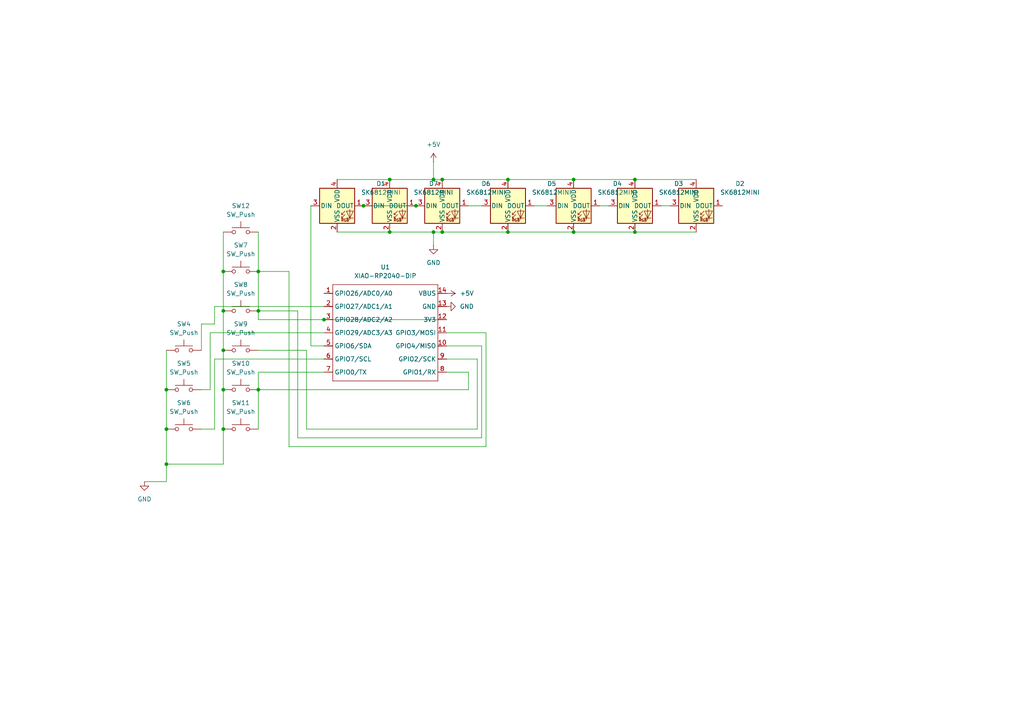
<source format=kicad_sch>
(kicad_sch
	(version 20250114)
	(generator "eeschema")
	(generator_version "9.0")
	(uuid "34e2db50-b642-40b8-91e9-1f523a616b77")
	(paper "A4")
	(lib_symbols
		(symbol "LED:SK6812MINI"
			(pin_names
				(offset 0.254)
			)
			(exclude_from_sim no)
			(in_bom yes)
			(on_board yes)
			(property "Reference" "D"
				(at 5.08 5.715 0)
				(effects
					(font
						(size 1.27 1.27)
					)
					(justify right bottom)
				)
			)
			(property "Value" "SK6812MINI"
				(at 1.27 -5.715 0)
				(effects
					(font
						(size 1.27 1.27)
					)
					(justify left top)
				)
			)
			(property "Footprint" "LED_SMD:LED_SK6812MINI_PLCC4_3.5x3.5mm_P1.75mm"
				(at 1.27 -7.62 0)
				(effects
					(font
						(size 1.27 1.27)
					)
					(justify left top)
					(hide yes)
				)
			)
			(property "Datasheet" "https://cdn-shop.adafruit.com/product-files/2686/SK6812MINI_REV.01-1-2.pdf"
				(at 2.54 -9.525 0)
				(effects
					(font
						(size 1.27 1.27)
					)
					(justify left top)
					(hide yes)
				)
			)
			(property "Description" "RGB LED with integrated controller"
				(at 0 0 0)
				(effects
					(font
						(size 1.27 1.27)
					)
					(hide yes)
				)
			)
			(property "ki_keywords" "RGB LED NeoPixel Mini addressable"
				(at 0 0 0)
				(effects
					(font
						(size 1.27 1.27)
					)
					(hide yes)
				)
			)
			(property "ki_fp_filters" "LED*SK6812MINI*PLCC*3.5x3.5mm*P1.75mm*"
				(at 0 0 0)
				(effects
					(font
						(size 1.27 1.27)
					)
					(hide yes)
				)
			)
			(symbol "SK6812MINI_0_0"
				(text "RGB"
					(at 2.286 -4.191 0)
					(effects
						(font
							(size 0.762 0.762)
						)
					)
				)
			)
			(symbol "SK6812MINI_0_1"
				(polyline
					(pts
						(xy 1.27 -2.54) (xy 1.778 -2.54)
					)
					(stroke
						(width 0)
						(type default)
					)
					(fill
						(type none)
					)
				)
				(polyline
					(pts
						(xy 1.27 -3.556) (xy 1.778 -3.556)
					)
					(stroke
						(width 0)
						(type default)
					)
					(fill
						(type none)
					)
				)
				(polyline
					(pts
						(xy 2.286 -1.524) (xy 1.27 -2.54) (xy 1.27 -2.032)
					)
					(stroke
						(width 0)
						(type default)
					)
					(fill
						(type none)
					)
				)
				(polyline
					(pts
						(xy 2.286 -2.54) (xy 1.27 -3.556) (xy 1.27 -3.048)
					)
					(stroke
						(width 0)
						(type default)
					)
					(fill
						(type none)
					)
				)
				(polyline
					(pts
						(xy 3.683 -1.016) (xy 3.683 -3.556) (xy 3.683 -4.064)
					)
					(stroke
						(width 0)
						(type default)
					)
					(fill
						(type none)
					)
				)
				(polyline
					(pts
						(xy 4.699 -1.524) (xy 2.667 -1.524) (xy 3.683 -3.556) (xy 4.699 -1.524)
					)
					(stroke
						(width 0)
						(type default)
					)
					(fill
						(type none)
					)
				)
				(polyline
					(pts
						(xy 4.699 -3.556) (xy 2.667 -3.556)
					)
					(stroke
						(width 0)
						(type default)
					)
					(fill
						(type none)
					)
				)
				(rectangle
					(start 5.08 5.08)
					(end -5.08 -5.08)
					(stroke
						(width 0.254)
						(type default)
					)
					(fill
						(type background)
					)
				)
			)
			(symbol "SK6812MINI_1_1"
				(pin input line
					(at -7.62 0 0)
					(length 2.54)
					(name "DIN"
						(effects
							(font
								(size 1.27 1.27)
							)
						)
					)
					(number "3"
						(effects
							(font
								(size 1.27 1.27)
							)
						)
					)
				)
				(pin power_in line
					(at 0 7.62 270)
					(length 2.54)
					(name "VDD"
						(effects
							(font
								(size 1.27 1.27)
							)
						)
					)
					(number "4"
						(effects
							(font
								(size 1.27 1.27)
							)
						)
					)
				)
				(pin power_in line
					(at 0 -7.62 90)
					(length 2.54)
					(name "VSS"
						(effects
							(font
								(size 1.27 1.27)
							)
						)
					)
					(number "2"
						(effects
							(font
								(size 1.27 1.27)
							)
						)
					)
				)
				(pin output line
					(at 7.62 0 180)
					(length 2.54)
					(name "DOUT"
						(effects
							(font
								(size 1.27 1.27)
							)
						)
					)
					(number "1"
						(effects
							(font
								(size 1.27 1.27)
							)
						)
					)
				)
			)
			(embedded_fonts no)
		)
		(symbol "Switch:SW_Push"
			(pin_numbers
				(hide yes)
			)
			(pin_names
				(offset 1.016)
				(hide yes)
			)
			(exclude_from_sim no)
			(in_bom yes)
			(on_board yes)
			(property "Reference" "SW"
				(at 1.27 2.54 0)
				(effects
					(font
						(size 1.27 1.27)
					)
					(justify left)
				)
			)
			(property "Value" "SW_Push"
				(at 0 -1.524 0)
				(effects
					(font
						(size 1.27 1.27)
					)
				)
			)
			(property "Footprint" ""
				(at 0 5.08 0)
				(effects
					(font
						(size 1.27 1.27)
					)
					(hide yes)
				)
			)
			(property "Datasheet" "~"
				(at 0 5.08 0)
				(effects
					(font
						(size 1.27 1.27)
					)
					(hide yes)
				)
			)
			(property "Description" "Push button switch, generic, two pins"
				(at 0 0 0)
				(effects
					(font
						(size 1.27 1.27)
					)
					(hide yes)
				)
			)
			(property "ki_keywords" "switch normally-open pushbutton push-button"
				(at 0 0 0)
				(effects
					(font
						(size 1.27 1.27)
					)
					(hide yes)
				)
			)
			(symbol "SW_Push_0_1"
				(circle
					(center -2.032 0)
					(radius 0.508)
					(stroke
						(width 0)
						(type default)
					)
					(fill
						(type none)
					)
				)
				(polyline
					(pts
						(xy 0 1.27) (xy 0 3.048)
					)
					(stroke
						(width 0)
						(type default)
					)
					(fill
						(type none)
					)
				)
				(circle
					(center 2.032 0)
					(radius 0.508)
					(stroke
						(width 0)
						(type default)
					)
					(fill
						(type none)
					)
				)
				(polyline
					(pts
						(xy 2.54 1.27) (xy -2.54 1.27)
					)
					(stroke
						(width 0)
						(type default)
					)
					(fill
						(type none)
					)
				)
				(pin passive line
					(at -5.08 0 0)
					(length 2.54)
					(name "1"
						(effects
							(font
								(size 1.27 1.27)
							)
						)
					)
					(number "1"
						(effects
							(font
								(size 1.27 1.27)
							)
						)
					)
				)
				(pin passive line
					(at 5.08 0 180)
					(length 2.54)
					(name "2"
						(effects
							(font
								(size 1.27 1.27)
							)
						)
					)
					(number "2"
						(effects
							(font
								(size 1.27 1.27)
							)
						)
					)
				)
			)
			(embedded_fonts no)
		)
		(symbol "opl libray:XIAO-RP2040-DIP"
			(exclude_from_sim no)
			(in_bom yes)
			(on_board yes)
			(property "Reference" "U"
				(at 0 0 0)
				(effects
					(font
						(size 1.27 1.27)
					)
				)
			)
			(property "Value" "XIAO-RP2040-DIP"
				(at 5.334 -1.778 0)
				(effects
					(font
						(size 1.27 1.27)
					)
				)
			)
			(property "Footprint" "Module:MOUDLE14P-XIAO-DIP-SMD"
				(at 14.478 -32.258 0)
				(effects
					(font
						(size 1.27 1.27)
					)
					(hide yes)
				)
			)
			(property "Datasheet" ""
				(at 0 0 0)
				(effects
					(font
						(size 1.27 1.27)
					)
					(hide yes)
				)
			)
			(property "Description" ""
				(at 0 0 0)
				(effects
					(font
						(size 1.27 1.27)
					)
					(hide yes)
				)
			)
			(symbol "XIAO-RP2040-DIP_1_0"
				(polyline
					(pts
						(xy -1.27 -2.54) (xy 29.21 -2.54)
					)
					(stroke
						(width 0.1524)
						(type solid)
					)
					(fill
						(type none)
					)
				)
				(polyline
					(pts
						(xy -1.27 -5.08) (xy -2.54 -5.08)
					)
					(stroke
						(width 0.1524)
						(type solid)
					)
					(fill
						(type none)
					)
				)
				(polyline
					(pts
						(xy -1.27 -5.08) (xy -1.27 -2.54)
					)
					(stroke
						(width 0.1524)
						(type solid)
					)
					(fill
						(type none)
					)
				)
				(polyline
					(pts
						(xy -1.27 -8.89) (xy -2.54 -8.89)
					)
					(stroke
						(width 0.1524)
						(type solid)
					)
					(fill
						(type none)
					)
				)
				(polyline
					(pts
						(xy -1.27 -8.89) (xy -1.27 -5.08)
					)
					(stroke
						(width 0.1524)
						(type solid)
					)
					(fill
						(type none)
					)
				)
				(polyline
					(pts
						(xy -1.27 -12.7) (xy -2.54 -12.7)
					)
					(stroke
						(width 0.1524)
						(type solid)
					)
					(fill
						(type none)
					)
				)
				(polyline
					(pts
						(xy -1.27 -12.7) (xy -1.27 -8.89)
					)
					(stroke
						(width 0.1524)
						(type solid)
					)
					(fill
						(type none)
					)
				)
				(polyline
					(pts
						(xy -1.27 -16.51) (xy -2.54 -16.51)
					)
					(stroke
						(width 0.1524)
						(type solid)
					)
					(fill
						(type none)
					)
				)
				(polyline
					(pts
						(xy -1.27 -16.51) (xy -1.27 -12.7)
					)
					(stroke
						(width 0.1524)
						(type solid)
					)
					(fill
						(type none)
					)
				)
				(polyline
					(pts
						(xy -1.27 -20.32) (xy -2.54 -20.32)
					)
					(stroke
						(width 0.1524)
						(type solid)
					)
					(fill
						(type none)
					)
				)
				(polyline
					(pts
						(xy -1.27 -24.13) (xy -2.54 -24.13)
					)
					(stroke
						(width 0.1524)
						(type solid)
					)
					(fill
						(type none)
					)
				)
				(polyline
					(pts
						(xy -1.27 -27.94) (xy -2.54 -27.94)
					)
					(stroke
						(width 0.1524)
						(type solid)
					)
					(fill
						(type none)
					)
				)
				(polyline
					(pts
						(xy -1.27 -30.48) (xy -1.27 -16.51)
					)
					(stroke
						(width 0.1524)
						(type solid)
					)
					(fill
						(type none)
					)
				)
				(polyline
					(pts
						(xy 29.21 -2.54) (xy 29.21 -5.08)
					)
					(stroke
						(width 0.1524)
						(type solid)
					)
					(fill
						(type none)
					)
				)
				(polyline
					(pts
						(xy 29.21 -5.08) (xy 29.21 -8.89)
					)
					(stroke
						(width 0.1524)
						(type solid)
					)
					(fill
						(type none)
					)
				)
				(polyline
					(pts
						(xy 29.21 -8.89) (xy 29.21 -12.7)
					)
					(stroke
						(width 0.1524)
						(type solid)
					)
					(fill
						(type none)
					)
				)
				(polyline
					(pts
						(xy 29.21 -12.7) (xy 29.21 -30.48)
					)
					(stroke
						(width 0.1524)
						(type solid)
					)
					(fill
						(type none)
					)
				)
				(polyline
					(pts
						(xy 29.21 -30.48) (xy -1.27 -30.48)
					)
					(stroke
						(width 0.1524)
						(type solid)
					)
					(fill
						(type none)
					)
				)
				(polyline
					(pts
						(xy 30.48 -5.08) (xy 29.21 -5.08)
					)
					(stroke
						(width 0.1524)
						(type solid)
					)
					(fill
						(type none)
					)
				)
				(polyline
					(pts
						(xy 30.48 -8.89) (xy 29.21 -8.89)
					)
					(stroke
						(width 0.1524)
						(type solid)
					)
					(fill
						(type none)
					)
				)
				(polyline
					(pts
						(xy 30.48 -12.7) (xy 29.21 -12.7)
					)
					(stroke
						(width 0.1524)
						(type solid)
					)
					(fill
						(type none)
					)
				)
				(polyline
					(pts
						(xy 30.48 -16.51) (xy 29.21 -16.51)
					)
					(stroke
						(width 0.1524)
						(type solid)
					)
					(fill
						(type none)
					)
				)
				(polyline
					(pts
						(xy 30.48 -20.32) (xy 29.21 -20.32)
					)
					(stroke
						(width 0.1524)
						(type solid)
					)
					(fill
						(type none)
					)
				)
				(polyline
					(pts
						(xy 30.48 -24.13) (xy 29.21 -24.13)
					)
					(stroke
						(width 0.1524)
						(type solid)
					)
					(fill
						(type none)
					)
				)
				(polyline
					(pts
						(xy 30.48 -27.94) (xy 29.21 -27.94)
					)
					(stroke
						(width 0.1524)
						(type solid)
					)
					(fill
						(type none)
					)
				)
				(pin passive line
					(at -3.81 -5.08 0)
					(length 2.54)
					(name "GPIO26/ADC0/A0"
						(effects
							(font
								(size 1.27 1.27)
							)
						)
					)
					(number "1"
						(effects
							(font
								(size 1.27 1.27)
							)
						)
					)
				)
				(pin passive line
					(at -3.81 -8.89 0)
					(length 2.54)
					(name "GPIO27/ADC1/A1"
						(effects
							(font
								(size 1.27 1.27)
							)
						)
					)
					(number "2"
						(effects
							(font
								(size 1.27 1.27)
							)
						)
					)
				)
				(pin passive line
					(at -3.81 -12.7 0)
					(length 2.54)
					(name "GPIO28/ADC2/A2"
						(effects
							(font
								(size 1.27 1.27)
							)
						)
					)
					(number "3"
						(effects
							(font
								(size 1.27 1.27)
							)
						)
					)
				)
				(pin passive line
					(at -3.81 -16.51 0)
					(length 2.54)
					(name "GPIO29/ADC3/A3"
						(effects
							(font
								(size 1.27 1.27)
							)
						)
					)
					(number "4"
						(effects
							(font
								(size 1.27 1.27)
							)
						)
					)
				)
				(pin passive line
					(at -3.81 -20.32 0)
					(length 2.54)
					(name "GPIO6/SDA"
						(effects
							(font
								(size 1.27 1.27)
							)
						)
					)
					(number "5"
						(effects
							(font
								(size 1.27 1.27)
							)
						)
					)
				)
				(pin passive line
					(at -3.81 -24.13 0)
					(length 2.54)
					(name "GPIO7/SCL"
						(effects
							(font
								(size 1.27 1.27)
							)
						)
					)
					(number "6"
						(effects
							(font
								(size 1.27 1.27)
							)
						)
					)
				)
				(pin passive line
					(at -3.81 -27.94 0)
					(length 2.54)
					(name "GPIO0/TX"
						(effects
							(font
								(size 1.27 1.27)
							)
						)
					)
					(number "7"
						(effects
							(font
								(size 1.27 1.27)
							)
						)
					)
				)
				(pin passive line
					(at 31.75 -5.08 180)
					(length 2.54)
					(name "VBUS"
						(effects
							(font
								(size 1.27 1.27)
							)
						)
					)
					(number "14"
						(effects
							(font
								(size 1.27 1.27)
							)
						)
					)
				)
				(pin passive line
					(at 31.75 -8.89 180)
					(length 2.54)
					(name "GND"
						(effects
							(font
								(size 1.27 1.27)
							)
						)
					)
					(number "13"
						(effects
							(font
								(size 1.27 1.27)
							)
						)
					)
				)
				(pin passive line
					(at 31.75 -12.7 180)
					(length 2.54)
					(name "3V3"
						(effects
							(font
								(size 1.27 1.27)
							)
						)
					)
					(number "12"
						(effects
							(font
								(size 1.27 1.27)
							)
						)
					)
				)
				(pin passive line
					(at 31.75 -16.51 180)
					(length 2.54)
					(name "GPIO3/MOSI"
						(effects
							(font
								(size 1.27 1.27)
							)
						)
					)
					(number "11"
						(effects
							(font
								(size 1.27 1.27)
							)
						)
					)
				)
				(pin passive line
					(at 31.75 -20.32 180)
					(length 2.54)
					(name "GPIO4/MISO"
						(effects
							(font
								(size 1.27 1.27)
							)
						)
					)
					(number "10"
						(effects
							(font
								(size 1.27 1.27)
							)
						)
					)
				)
				(pin passive line
					(at 31.75 -24.13 180)
					(length 2.54)
					(name "GPIO2/SCK"
						(effects
							(font
								(size 1.27 1.27)
							)
						)
					)
					(number "9"
						(effects
							(font
								(size 1.27 1.27)
							)
						)
					)
				)
				(pin passive line
					(at 31.75 -27.94 180)
					(length 2.54)
					(name "GPIO1/RX"
						(effects
							(font
								(size 1.27 1.27)
							)
						)
					)
					(number "8"
						(effects
							(font
								(size 1.27 1.27)
							)
						)
					)
				)
			)
			(embedded_fonts no)
		)
		(symbol "power:+5V"
			(power)
			(pin_numbers
				(hide yes)
			)
			(pin_names
				(offset 0)
				(hide yes)
			)
			(exclude_from_sim no)
			(in_bom yes)
			(on_board yes)
			(property "Reference" "#PWR"
				(at 0 -3.81 0)
				(effects
					(font
						(size 1.27 1.27)
					)
					(hide yes)
				)
			)
			(property "Value" "+5V"
				(at 0 3.556 0)
				(effects
					(font
						(size 1.27 1.27)
					)
				)
			)
			(property "Footprint" ""
				(at 0 0 0)
				(effects
					(font
						(size 1.27 1.27)
					)
					(hide yes)
				)
			)
			(property "Datasheet" ""
				(at 0 0 0)
				(effects
					(font
						(size 1.27 1.27)
					)
					(hide yes)
				)
			)
			(property "Description" "Power symbol creates a global label with name \"+5V\""
				(at 0 0 0)
				(effects
					(font
						(size 1.27 1.27)
					)
					(hide yes)
				)
			)
			(property "ki_keywords" "global power"
				(at 0 0 0)
				(effects
					(font
						(size 1.27 1.27)
					)
					(hide yes)
				)
			)
			(symbol "+5V_0_1"
				(polyline
					(pts
						(xy -0.762 1.27) (xy 0 2.54)
					)
					(stroke
						(width 0)
						(type default)
					)
					(fill
						(type none)
					)
				)
				(polyline
					(pts
						(xy 0 2.54) (xy 0.762 1.27)
					)
					(stroke
						(width 0)
						(type default)
					)
					(fill
						(type none)
					)
				)
				(polyline
					(pts
						(xy 0 0) (xy 0 2.54)
					)
					(stroke
						(width 0)
						(type default)
					)
					(fill
						(type none)
					)
				)
			)
			(symbol "+5V_1_1"
				(pin power_in line
					(at 0 0 90)
					(length 0)
					(name "~"
						(effects
							(font
								(size 1.27 1.27)
							)
						)
					)
					(number "1"
						(effects
							(font
								(size 1.27 1.27)
							)
						)
					)
				)
			)
			(embedded_fonts no)
		)
		(symbol "power:GND"
			(power)
			(pin_numbers
				(hide yes)
			)
			(pin_names
				(offset 0)
				(hide yes)
			)
			(exclude_from_sim no)
			(in_bom yes)
			(on_board yes)
			(property "Reference" "#PWR"
				(at 0 -6.35 0)
				(effects
					(font
						(size 1.27 1.27)
					)
					(hide yes)
				)
			)
			(property "Value" "GND"
				(at 0 -3.81 0)
				(effects
					(font
						(size 1.27 1.27)
					)
				)
			)
			(property "Footprint" ""
				(at 0 0 0)
				(effects
					(font
						(size 1.27 1.27)
					)
					(hide yes)
				)
			)
			(property "Datasheet" ""
				(at 0 0 0)
				(effects
					(font
						(size 1.27 1.27)
					)
					(hide yes)
				)
			)
			(property "Description" "Power symbol creates a global label with name \"GND\" , ground"
				(at 0 0 0)
				(effects
					(font
						(size 1.27 1.27)
					)
					(hide yes)
				)
			)
			(property "ki_keywords" "global power"
				(at 0 0 0)
				(effects
					(font
						(size 1.27 1.27)
					)
					(hide yes)
				)
			)
			(symbol "GND_0_1"
				(polyline
					(pts
						(xy 0 0) (xy 0 -1.27) (xy 1.27 -1.27) (xy 0 -2.54) (xy -1.27 -1.27) (xy 0 -1.27)
					)
					(stroke
						(width 0)
						(type default)
					)
					(fill
						(type none)
					)
				)
			)
			(symbol "GND_1_1"
				(pin power_in line
					(at 0 0 270)
					(length 0)
					(name "~"
						(effects
							(font
								(size 1.27 1.27)
							)
						)
					)
					(number "1"
						(effects
							(font
								(size 1.27 1.27)
							)
						)
					)
				)
			)
			(embedded_fonts no)
		)
	)
	(junction
		(at 166.37 52.07)
		(diameter 0)
		(color 0 0 0 0)
		(uuid "01e8d5b7-d11c-44bb-a986-a88de248e193")
	)
	(junction
		(at 166.37 67.31)
		(diameter 0)
		(color 0 0 0 0)
		(uuid "02907870-bcae-4dbc-af8d-ecd48d6c9f86")
	)
	(junction
		(at 64.77 90.17)
		(diameter 0)
		(color 0 0 0 0)
		(uuid "2220601d-d50a-4499-9825-42534828069b")
	)
	(junction
		(at 113.03 52.07)
		(diameter 0)
		(color 0 0 0 0)
		(uuid "2ee641a3-1b02-45f8-9ec4-220d38fb85e3")
	)
	(junction
		(at 74.93 78.74)
		(diameter 0)
		(color 0 0 0 0)
		(uuid "2f4eb98b-34e3-4656-b0d8-e9a775876b37")
	)
	(junction
		(at 64.77 113.03)
		(diameter 0)
		(color 0 0 0 0)
		(uuid "3243b34e-d988-4c60-ad0b-86bd6e055932")
	)
	(junction
		(at 128.27 67.31)
		(diameter 0)
		(color 0 0 0 0)
		(uuid "36c3b84c-28e5-46e6-8fad-544582a2c9ed")
	)
	(junction
		(at 48.26 134.62)
		(diameter 0)
		(color 0 0 0 0)
		(uuid "38b52447-7d45-4ae8-b49a-9f0871da1c2d")
	)
	(junction
		(at 64.77 124.46)
		(diameter 0)
		(color 0 0 0 0)
		(uuid "43767d81-f4ec-41a0-b44c-d61d79d0b0cf")
	)
	(junction
		(at 125.73 52.07)
		(diameter 0)
		(color 0 0 0 0)
		(uuid "4fe187fa-4cb5-4d2e-a8aa-f4e7c67d901a")
	)
	(junction
		(at 64.77 78.74)
		(diameter 0)
		(color 0 0 0 0)
		(uuid "5cd0e0f4-bd61-4336-9eb5-3e10e891e2a1")
	)
	(junction
		(at 184.15 52.07)
		(diameter 0)
		(color 0 0 0 0)
		(uuid "5cf51947-7ff2-464d-872d-3d7f83bc822e")
	)
	(junction
		(at 48.26 113.03)
		(diameter 0)
		(color 0 0 0 0)
		(uuid "5d650c24-39fd-4164-a288-532d815d0b52")
	)
	(junction
		(at 105.41 59.69)
		(diameter 0)
		(color 0 0 0 0)
		(uuid "6b585302-e33f-45c7-a5bf-87ab998b6a91")
	)
	(junction
		(at 120.65 59.69)
		(diameter 0)
		(color 0 0 0 0)
		(uuid "8e39dca4-3492-4314-b13f-ea576687e379")
	)
	(junction
		(at 74.93 90.17)
		(diameter 0)
		(color 0 0 0 0)
		(uuid "937683b3-cf88-49ac-927c-cc4fd3bafaab")
	)
	(junction
		(at 147.32 52.07)
		(diameter 0)
		(color 0 0 0 0)
		(uuid "946731c0-ebdc-48b1-b252-163af6fc1867")
	)
	(junction
		(at 48.26 124.46)
		(diameter 0)
		(color 0 0 0 0)
		(uuid "9f8fe44b-7127-4593-9b60-7b9272fe6b45")
	)
	(junction
		(at 147.32 67.31)
		(diameter 0)
		(color 0 0 0 0)
		(uuid "b6b00e48-16e2-4cd5-ad4d-c373c5ae8cfa")
	)
	(junction
		(at 74.93 113.03)
		(diameter 0)
		(color 0 0 0 0)
		(uuid "bd844121-9da5-4f7a-8bb1-64b5d3986266")
	)
	(junction
		(at 64.77 101.6)
		(diameter 0)
		(color 0 0 0 0)
		(uuid "c237693d-a387-4553-a4e9-6c32d1386abc")
	)
	(junction
		(at 125.73 67.31)
		(diameter 0)
		(color 0 0 0 0)
		(uuid "c7a038fa-4622-48a9-ad3d-f204008d1cc0")
	)
	(junction
		(at 184.15 67.31)
		(diameter 0)
		(color 0 0 0 0)
		(uuid "d07bc87b-931a-4dc2-be38-f16d75dd0d61")
	)
	(junction
		(at 113.03 67.31)
		(diameter 0)
		(color 0 0 0 0)
		(uuid "d860fff7-9e98-4ffc-81c8-1e39ae80549c")
	)
	(junction
		(at 93.98 92.71)
		(diameter 0)
		(color 0 0 0 0)
		(uuid "e0a96197-674f-4c02-acf6-9d3d27abacca")
	)
	(junction
		(at 128.27 52.07)
		(diameter 0)
		(color 0 0 0 0)
		(uuid "f7a7c170-7637-4e00-a957-9ce60ab567dd")
	)
	(wire
		(pts
			(xy 48.26 134.62) (xy 64.77 134.62)
		)
		(stroke
			(width 0)
			(type default)
		)
		(uuid "04116366-d4c0-4b7f-a4cd-d9d81f9bf89b")
	)
	(wire
		(pts
			(xy 90.17 100.33) (xy 90.17 59.69)
		)
		(stroke
			(width 0)
			(type default)
		)
		(uuid "0fb35cef-fe81-4389-8d43-b60801142268")
	)
	(wire
		(pts
			(xy 135.89 113.03) (xy 74.93 113.03)
		)
		(stroke
			(width 0)
			(type default)
		)
		(uuid "10e5bf8a-56aa-4f23-9661-b539e4c671cf")
	)
	(wire
		(pts
			(xy 48.26 124.46) (xy 48.26 134.62)
		)
		(stroke
			(width 0)
			(type default)
		)
		(uuid "16b216d4-030e-4610-83cc-462485e2c622")
	)
	(wire
		(pts
			(xy 62.23 93.98) (xy 62.23 88.9)
		)
		(stroke
			(width 0)
			(type default)
		)
		(uuid "17f03a09-b387-450d-97e2-97ae1a2f0822")
	)
	(wire
		(pts
			(xy 184.15 67.31) (xy 166.37 67.31)
		)
		(stroke
			(width 0)
			(type default)
		)
		(uuid "1a27c651-231d-40f9-af91-b4d8138443de")
	)
	(wire
		(pts
			(xy 138.43 124.46) (xy 88.9 124.46)
		)
		(stroke
			(width 0)
			(type default)
		)
		(uuid "1b7d8054-7df8-4168-a59a-b7446a0f8fac")
	)
	(wire
		(pts
			(xy 147.32 52.07) (xy 128.27 52.07)
		)
		(stroke
			(width 0)
			(type default)
		)
		(uuid "1d9af55c-1ecb-43c6-999b-91c11d953833")
	)
	(wire
		(pts
			(xy 58.42 101.6) (xy 58.42 93.98)
		)
		(stroke
			(width 0)
			(type default)
		)
		(uuid "1e5f580c-7098-4f42-996d-31b8537b7393")
	)
	(wire
		(pts
			(xy 125.73 67.31) (xy 125.73 71.12)
		)
		(stroke
			(width 0)
			(type default)
		)
		(uuid "2036e449-52da-48b2-8380-f5f675b1e44d")
	)
	(wire
		(pts
			(xy 48.26 101.6) (xy 48.26 113.03)
		)
		(stroke
			(width 0)
			(type default)
		)
		(uuid "26d7f70c-f165-4b3b-a809-0b3e94b46173")
	)
	(wire
		(pts
			(xy 86.36 127) (xy 86.36 90.17)
		)
		(stroke
			(width 0)
			(type default)
		)
		(uuid "27b163d0-9d17-4665-8b0b-cee777758c97")
	)
	(wire
		(pts
			(xy 129.54 104.14) (xy 138.43 104.14)
		)
		(stroke
			(width 0)
			(type default)
		)
		(uuid "2bc5ab90-cd02-4fc3-a985-0f8cafffccd2")
	)
	(wire
		(pts
			(xy 58.42 93.98) (xy 62.23 93.98)
		)
		(stroke
			(width 0)
			(type default)
		)
		(uuid "3161e9bb-31b1-4daf-89ad-14960a525859")
	)
	(wire
		(pts
			(xy 64.77 78.74) (xy 64.77 90.17)
		)
		(stroke
			(width 0)
			(type default)
		)
		(uuid "33d0556e-14a6-4a48-aa99-4a0ccb0d75cc")
	)
	(wire
		(pts
			(xy 128.27 67.31) (xy 125.73 67.31)
		)
		(stroke
			(width 0)
			(type default)
		)
		(uuid "37ba3eeb-923d-4bce-818f-45da8a2b8021")
	)
	(wire
		(pts
			(xy 140.97 96.52) (xy 140.97 129.54)
		)
		(stroke
			(width 0)
			(type default)
		)
		(uuid "3800afdf-5ca2-4217-8282-f4b5744ae1b2")
	)
	(wire
		(pts
			(xy 128.27 52.07) (xy 125.73 52.07)
		)
		(stroke
			(width 0)
			(type default)
		)
		(uuid "390b4f41-ce5c-4715-a7ce-2a27e7f18240")
	)
	(wire
		(pts
			(xy 60.96 96.52) (xy 93.98 96.52)
		)
		(stroke
			(width 0)
			(type default)
		)
		(uuid "3a07195c-64b3-48ba-9922-ef2f26296111")
	)
	(wire
		(pts
			(xy 83.82 129.54) (xy 83.82 78.74)
		)
		(stroke
			(width 0)
			(type default)
		)
		(uuid "3a34a530-9e65-422d-b78c-b91d6ae96ff6")
	)
	(wire
		(pts
			(xy 88.9 101.6) (xy 74.93 101.6)
		)
		(stroke
			(width 0)
			(type default)
		)
		(uuid "3ce55c65-db79-40e2-848d-acdc3f8c1296")
	)
	(wire
		(pts
			(xy 93.98 107.95) (xy 74.93 107.95)
		)
		(stroke
			(width 0)
			(type default)
		)
		(uuid "4bc64f7f-7a96-4078-8f6f-e758cd6155cb")
	)
	(wire
		(pts
			(xy 129.54 107.95) (xy 135.89 107.95)
		)
		(stroke
			(width 0)
			(type default)
		)
		(uuid "50c6bf99-5f5e-4327-b560-370d1c9565bd")
	)
	(wire
		(pts
			(xy 105.41 59.69) (xy 120.65 59.69)
		)
		(stroke
			(width 0)
			(type default)
		)
		(uuid "5ab02fd7-e701-4af8-b662-7504246d7c5f")
	)
	(wire
		(pts
			(xy 125.73 46.99) (xy 125.73 52.07)
		)
		(stroke
			(width 0)
			(type default)
		)
		(uuid "5bf6c520-1298-45ec-920d-725c99b5d0d5")
	)
	(wire
		(pts
			(xy 64.77 101.6) (xy 64.77 113.03)
		)
		(stroke
			(width 0)
			(type default)
		)
		(uuid "6308725f-95e3-41af-b2ff-e3a3d5a874fb")
	)
	(wire
		(pts
			(xy 74.93 113.03) (xy 74.93 124.46)
		)
		(stroke
			(width 0)
			(type default)
		)
		(uuid "64bfc0f3-92cd-45cd-9b27-f7f66cd5d394")
	)
	(wire
		(pts
			(xy 166.37 52.07) (xy 147.32 52.07)
		)
		(stroke
			(width 0)
			(type default)
		)
		(uuid "69e57299-f52a-4325-ad70-d33add6ad4d8")
	)
	(wire
		(pts
			(xy 64.77 67.31) (xy 64.77 78.74)
		)
		(stroke
			(width 0)
			(type default)
		)
		(uuid "6c8fb1c9-89d0-4086-b67c-edd0eb00252d")
	)
	(wire
		(pts
			(xy 154.94 59.69) (xy 158.75 59.69)
		)
		(stroke
			(width 0)
			(type default)
		)
		(uuid "6d4f0702-0591-42be-9a33-4e584a90d7ad")
	)
	(wire
		(pts
			(xy 201.93 67.31) (xy 184.15 67.31)
		)
		(stroke
			(width 0)
			(type default)
		)
		(uuid "7327ed2d-697a-45d6-8107-5bdee76e7544")
	)
	(wire
		(pts
			(xy 184.15 52.07) (xy 166.37 52.07)
		)
		(stroke
			(width 0)
			(type default)
		)
		(uuid "762b7284-26bb-43a9-bb83-067d8d420872")
	)
	(wire
		(pts
			(xy 83.82 78.74) (xy 74.93 78.74)
		)
		(stroke
			(width 0)
			(type default)
		)
		(uuid "775091a9-aa7c-4a72-987a-d43322caf008")
	)
	(wire
		(pts
			(xy 64.77 90.17) (xy 64.77 101.6)
		)
		(stroke
			(width 0)
			(type default)
		)
		(uuid "7ac237c5-e41e-4646-aa92-aa906bfb1908")
	)
	(wire
		(pts
			(xy 191.77 59.69) (xy 194.31 59.69)
		)
		(stroke
			(width 0)
			(type default)
		)
		(uuid "7ae2484e-9e8d-47c2-8564-aef19cb8002b")
	)
	(wire
		(pts
			(xy 113.03 52.07) (xy 125.73 52.07)
		)
		(stroke
			(width 0)
			(type default)
		)
		(uuid "80c7142e-9e12-4551-847c-efd6cac687c7")
	)
	(wire
		(pts
			(xy 74.93 92.71) (xy 74.93 90.17)
		)
		(stroke
			(width 0)
			(type default)
		)
		(uuid "8625e2b2-8dd3-423f-a2a7-569fd707f4f9")
	)
	(wire
		(pts
			(xy 62.23 104.14) (xy 62.23 124.46)
		)
		(stroke
			(width 0)
			(type default)
		)
		(uuid "871be2ce-4627-4edd-9054-67af82599906")
	)
	(wire
		(pts
			(xy 135.89 107.95) (xy 135.89 113.03)
		)
		(stroke
			(width 0)
			(type default)
		)
		(uuid "8a9a4187-42a8-4f50-b238-2bbe86f995b7")
	)
	(wire
		(pts
			(xy 147.32 67.31) (xy 128.27 67.31)
		)
		(stroke
			(width 0)
			(type default)
		)
		(uuid "92f1f6be-7696-4f48-96f0-3c01830cdceb")
	)
	(wire
		(pts
			(xy 135.89 59.69) (xy 139.7 59.69)
		)
		(stroke
			(width 0)
			(type default)
		)
		(uuid "95e905c1-f1a7-4304-a817-a37dcdafb7c4")
	)
	(wire
		(pts
			(xy 86.36 90.17) (xy 74.93 90.17)
		)
		(stroke
			(width 0)
			(type default)
		)
		(uuid "98e8c8c6-c0de-4cbf-8d24-be67bce3a679")
	)
	(wire
		(pts
			(xy 93.98 100.33) (xy 90.17 100.33)
		)
		(stroke
			(width 0)
			(type default)
		)
		(uuid "a1c66258-688f-4f5b-aeaf-ad30b0779888")
	)
	(wire
		(pts
			(xy 97.79 52.07) (xy 113.03 52.07)
		)
		(stroke
			(width 0)
			(type default)
		)
		(uuid "a2c9b218-2c38-4cac-bd58-9308c790aeca")
	)
	(wire
		(pts
			(xy 113.03 67.31) (xy 125.73 67.31)
		)
		(stroke
			(width 0)
			(type default)
		)
		(uuid "a4ba7652-fe2a-497e-9fc0-5ccbfaad08d3")
	)
	(wire
		(pts
			(xy 139.7 127) (xy 86.36 127)
		)
		(stroke
			(width 0)
			(type default)
		)
		(uuid "a7183b33-cc73-4b54-8fe9-4af57e068fe5")
	)
	(wire
		(pts
			(xy 60.96 113.03) (xy 60.96 96.52)
		)
		(stroke
			(width 0)
			(type default)
		)
		(uuid "a8897e75-0a06-4d4d-90ce-6cb9799946b5")
	)
	(wire
		(pts
			(xy 48.26 134.62) (xy 48.26 139.7)
		)
		(stroke
			(width 0)
			(type default)
		)
		(uuid "b1b4a1f9-ab5f-4ec2-92cf-75ccc498e59e")
	)
	(wire
		(pts
			(xy 129.54 92.71) (xy 93.98 92.71)
		)
		(stroke
			(width 0)
			(type default)
		)
		(uuid "b3b2fc95-7131-46f3-a686-5ca33a29bfc1")
	)
	(wire
		(pts
			(xy 64.77 113.03) (xy 64.77 124.46)
		)
		(stroke
			(width 0)
			(type default)
		)
		(uuid "bdd8e70e-6bba-4b88-b6a8-74160383b51a")
	)
	(wire
		(pts
			(xy 74.93 107.95) (xy 74.93 113.03)
		)
		(stroke
			(width 0)
			(type default)
		)
		(uuid "bdf28dfd-f805-400c-9859-2c6544c8fffa")
	)
	(wire
		(pts
			(xy 93.98 104.14) (xy 62.23 104.14)
		)
		(stroke
			(width 0)
			(type default)
		)
		(uuid "bee76a72-fbad-49cd-890d-e8938f899ec9")
	)
	(wire
		(pts
			(xy 138.43 104.14) (xy 138.43 124.46)
		)
		(stroke
			(width 0)
			(type default)
		)
		(uuid "c1d98053-00c3-4ca3-85a9-9e0be64836b9")
	)
	(wire
		(pts
			(xy 93.98 92.71) (xy 74.93 92.71)
		)
		(stroke
			(width 0)
			(type default)
		)
		(uuid "c1dcd9b8-cb5d-44d1-8208-e8a46e9112dd")
	)
	(wire
		(pts
			(xy 48.26 113.03) (xy 48.26 124.46)
		)
		(stroke
			(width 0)
			(type default)
		)
		(uuid "cb8178b8-1871-4da2-92f1-380cc2c67369")
	)
	(wire
		(pts
			(xy 97.79 67.31) (xy 113.03 67.31)
		)
		(stroke
			(width 0)
			(type default)
		)
		(uuid "cbb2c692-e610-4609-9a78-8bcabd929303")
	)
	(wire
		(pts
			(xy 173.99 59.69) (xy 176.53 59.69)
		)
		(stroke
			(width 0)
			(type default)
		)
		(uuid "cdf09379-b60e-4981-80dd-5b2ee5ee7542")
	)
	(wire
		(pts
			(xy 74.93 90.17) (xy 74.93 78.74)
		)
		(stroke
			(width 0)
			(type default)
		)
		(uuid "ce2f7ea3-c0db-4141-b978-fb37dcb6f198")
	)
	(wire
		(pts
			(xy 88.9 124.46) (xy 88.9 101.6)
		)
		(stroke
			(width 0)
			(type default)
		)
		(uuid "d561dfe1-82f3-4430-b1ff-e685facb3f24")
	)
	(wire
		(pts
			(xy 62.23 88.9) (xy 93.98 88.9)
		)
		(stroke
			(width 0)
			(type default)
		)
		(uuid "d57c7929-1016-45ad-ac5f-68dfb8ff7fcc")
	)
	(wire
		(pts
			(xy 140.97 129.54) (xy 83.82 129.54)
		)
		(stroke
			(width 0)
			(type default)
		)
		(uuid "d7a4663f-ac68-4496-a8df-cadb0458eee7")
	)
	(wire
		(pts
			(xy 166.37 67.31) (xy 147.32 67.31)
		)
		(stroke
			(width 0)
			(type default)
		)
		(uuid "da0bdf8d-8264-4384-b33f-1239256474a8")
	)
	(wire
		(pts
			(xy 58.42 113.03) (xy 60.96 113.03)
		)
		(stroke
			(width 0)
			(type default)
		)
		(uuid "dadfc3ed-c00e-4206-97ed-b0d5aef01c19")
	)
	(wire
		(pts
			(xy 48.26 139.7) (xy 41.91 139.7)
		)
		(stroke
			(width 0)
			(type default)
		)
		(uuid "dd5126d1-6345-4fc4-9dc7-21ad0fab1a46")
	)
	(wire
		(pts
			(xy 129.54 100.33) (xy 139.7 100.33)
		)
		(stroke
			(width 0)
			(type default)
		)
		(uuid "deafa728-cb27-4b70-94f8-d3264dd8a650")
	)
	(wire
		(pts
			(xy 201.93 52.07) (xy 184.15 52.07)
		)
		(stroke
			(width 0)
			(type default)
		)
		(uuid "df8302aa-419c-453f-a8d8-2f8abb2009b7")
	)
	(wire
		(pts
			(xy 74.93 78.74) (xy 74.93 67.31)
		)
		(stroke
			(width 0)
			(type default)
		)
		(uuid "e07262fb-f345-4a85-ba91-0430fb6f2361")
	)
	(wire
		(pts
			(xy 139.7 100.33) (xy 139.7 127)
		)
		(stroke
			(width 0)
			(type default)
		)
		(uuid "e693fe96-9ba5-417f-9f3e-ee2e5e120332")
	)
	(wire
		(pts
			(xy 64.77 124.46) (xy 64.77 134.62)
		)
		(stroke
			(width 0)
			(type default)
		)
		(uuid "e96c9018-ac54-439d-864a-93dac8c07fe6")
	)
	(wire
		(pts
			(xy 129.54 96.52) (xy 140.97 96.52)
		)
		(stroke
			(width 0)
			(type default)
		)
		(uuid "f470030a-e207-42d9-8ba1-d2e62b327967")
	)
	(wire
		(pts
			(xy 62.23 124.46) (xy 58.42 124.46)
		)
		(stroke
			(width 0)
			(type default)
		)
		(uuid "f884639b-f716-4bfc-a66e-bf02a991f330")
	)
	(symbol
		(lib_id "Switch:SW_Push")
		(at 69.85 78.74 0)
		(unit 1)
		(exclude_from_sim no)
		(in_bom yes)
		(on_board yes)
		(dnp no)
		(fields_autoplaced yes)
		(uuid "1b6a09ea-e940-4b2d-a1f3-b521189a48bc")
		(property "Reference" "SW7"
			(at 69.85 71.12 0)
			(effects
				(font
					(size 1.27 1.27)
				)
			)
		)
		(property "Value" "SW_Push"
			(at 69.85 73.66 0)
			(effects
				(font
					(size 1.27 1.27)
				)
			)
		)
		(property "Footprint" ""
			(at 69.85 73.66 0)
			(effects
				(font
					(size 1.27 1.27)
				)
				(hide yes)
			)
		)
		(property "Datasheet" "~"
			(at 69.85 73.66 0)
			(effects
				(font
					(size 1.27 1.27)
				)
				(hide yes)
			)
		)
		(property "Description" "Push button switch, generic, two pins"
			(at 69.85 78.74 0)
			(effects
				(font
					(size 1.27 1.27)
				)
				(hide yes)
			)
		)
		(pin "2"
			(uuid "2bf4998d-4ee4-4ed8-8e85-640684d6b604")
		)
		(pin "1"
			(uuid "f1308029-8517-4aea-af18-bc685184e25e")
		)
		(instances
			(project "hackpad"
				(path "/34e2db50-b642-40b8-91e9-1f523a616b77"
					(reference "SW7")
					(unit 1)
				)
			)
		)
	)
	(symbol
		(lib_id "LED:SK6812MINI")
		(at 201.93 59.69 0)
		(unit 1)
		(exclude_from_sim no)
		(in_bom yes)
		(on_board yes)
		(dnp no)
		(fields_autoplaced yes)
		(uuid "1ba1add0-fb03-4ca3-acaf-c24c61db2202")
		(property "Reference" "D2"
			(at 214.63 53.2698 0)
			(effects
				(font
					(size 1.27 1.27)
				)
			)
		)
		(property "Value" "SK6812MINI"
			(at 214.63 55.8098 0)
			(effects
				(font
					(size 1.27 1.27)
				)
			)
		)
		(property "Footprint" "LED_SMD:LED_SK6812MINI_PLCC4_3.5x3.5mm_P1.75mm"
			(at 203.2 67.31 0)
			(effects
				(font
					(size 1.27 1.27)
				)
				(justify left top)
				(hide yes)
			)
		)
		(property "Datasheet" "https://cdn-shop.adafruit.com/product-files/2686/SK6812MINI_REV.01-1-2.pdf"
			(at 204.47 69.215 0)
			(effects
				(font
					(size 1.27 1.27)
				)
				(justify left top)
				(hide yes)
			)
		)
		(property "Description" "RGB LED with integrated controller"
			(at 201.93 59.69 0)
			(effects
				(font
					(size 1.27 1.27)
				)
				(hide yes)
			)
		)
		(pin "2"
			(uuid "ec5ce75d-8c75-4625-a918-ccce3399d289")
		)
		(pin "1"
			(uuid "e496362a-c102-44fa-ba51-7fd4e37b4c43")
		)
		(pin "4"
			(uuid "b3447292-b2a7-45ed-8465-a2345b48367d")
		)
		(pin "3"
			(uuid "66a2a569-2d51-431b-9f88-2ff712b5a254")
		)
		(instances
			(project ""
				(path "/34e2db50-b642-40b8-91e9-1f523a616b77"
					(reference "D2")
					(unit 1)
				)
			)
		)
	)
	(symbol
		(lib_id "Switch:SW_Push")
		(at 69.85 124.46 0)
		(unit 1)
		(exclude_from_sim no)
		(in_bom yes)
		(on_board yes)
		(dnp no)
		(fields_autoplaced yes)
		(uuid "21126bd4-c646-4ee7-a633-657948838a55")
		(property "Reference" "SW11"
			(at 69.85 116.84 0)
			(effects
				(font
					(size 1.27 1.27)
				)
			)
		)
		(property "Value" "SW_Push"
			(at 69.85 119.38 0)
			(effects
				(font
					(size 1.27 1.27)
				)
			)
		)
		(property "Footprint" ""
			(at 69.85 119.38 0)
			(effects
				(font
					(size 1.27 1.27)
				)
				(hide yes)
			)
		)
		(property "Datasheet" "~"
			(at 69.85 119.38 0)
			(effects
				(font
					(size 1.27 1.27)
				)
				(hide yes)
			)
		)
		(property "Description" "Push button switch, generic, two pins"
			(at 69.85 124.46 0)
			(effects
				(font
					(size 1.27 1.27)
				)
				(hide yes)
			)
		)
		(pin "2"
			(uuid "7e912c59-2d74-4644-a453-c26578b110a8")
		)
		(pin "1"
			(uuid "28d02d01-eb30-4f84-a462-6d023fcd1391")
		)
		(instances
			(project "hackpad"
				(path "/34e2db50-b642-40b8-91e9-1f523a616b77"
					(reference "SW11")
					(unit 1)
				)
			)
		)
	)
	(symbol
		(lib_id "power:+5V")
		(at 129.54 85.09 270)
		(unit 1)
		(exclude_from_sim no)
		(in_bom yes)
		(on_board yes)
		(dnp no)
		(fields_autoplaced yes)
		(uuid "276c48b8-2c1c-4b09-a90f-803437526f5d")
		(property "Reference" "#PWR05"
			(at 125.73 85.09 0)
			(effects
				(font
					(size 1.27 1.27)
				)
				(hide yes)
			)
		)
		(property "Value" "+5V"
			(at 133.35 85.0899 90)
			(effects
				(font
					(size 1.27 1.27)
				)
				(justify left)
			)
		)
		(property "Footprint" ""
			(at 129.54 85.09 0)
			(effects
				(font
					(size 1.27 1.27)
				)
				(hide yes)
			)
		)
		(property "Datasheet" ""
			(at 129.54 85.09 0)
			(effects
				(font
					(size 1.27 1.27)
				)
				(hide yes)
			)
		)
		(property "Description" "Power symbol creates a global label with name \"+5V\""
			(at 129.54 85.09 0)
			(effects
				(font
					(size 1.27 1.27)
				)
				(hide yes)
			)
		)
		(pin "1"
			(uuid "0cc688c2-8776-48d0-89c6-ffaa28128d93")
		)
		(instances
			(project "hackpad"
				(path "/34e2db50-b642-40b8-91e9-1f523a616b77"
					(reference "#PWR05")
					(unit 1)
				)
			)
		)
	)
	(symbol
		(lib_id "power:GND")
		(at 125.73 71.12 0)
		(unit 1)
		(exclude_from_sim no)
		(in_bom yes)
		(on_board yes)
		(dnp no)
		(fields_autoplaced yes)
		(uuid "2a64ffbc-b28e-4805-b002-e7e8be7a4ffc")
		(property "Reference" "#PWR03"
			(at 125.73 77.47 0)
			(effects
				(font
					(size 1.27 1.27)
				)
				(hide yes)
			)
		)
		(property "Value" "GND"
			(at 125.73 76.2 0)
			(effects
				(font
					(size 1.27 1.27)
				)
			)
		)
		(property "Footprint" ""
			(at 125.73 71.12 0)
			(effects
				(font
					(size 1.27 1.27)
				)
				(hide yes)
			)
		)
		(property "Datasheet" ""
			(at 125.73 71.12 0)
			(effects
				(font
					(size 1.27 1.27)
				)
				(hide yes)
			)
		)
		(property "Description" "Power symbol creates a global label with name \"GND\" , ground"
			(at 125.73 71.12 0)
			(effects
				(font
					(size 1.27 1.27)
				)
				(hide yes)
			)
		)
		(pin "1"
			(uuid "ad4f4644-3dfa-410f-8543-3864394d012f")
		)
		(instances
			(project "hackpad"
				(path "/34e2db50-b642-40b8-91e9-1f523a616b77"
					(reference "#PWR03")
					(unit 1)
				)
			)
		)
	)
	(symbol
		(lib_id "Switch:SW_Push")
		(at 69.85 101.6 0)
		(unit 1)
		(exclude_from_sim no)
		(in_bom yes)
		(on_board yes)
		(dnp no)
		(fields_autoplaced yes)
		(uuid "34c924a2-faed-43b2-acba-5b2494e1695b")
		(property "Reference" "SW9"
			(at 69.85 93.98 0)
			(effects
				(font
					(size 1.27 1.27)
				)
			)
		)
		(property "Value" "SW_Push"
			(at 69.85 96.52 0)
			(effects
				(font
					(size 1.27 1.27)
				)
			)
		)
		(property "Footprint" ""
			(at 69.85 96.52 0)
			(effects
				(font
					(size 1.27 1.27)
				)
				(hide yes)
			)
		)
		(property "Datasheet" "~"
			(at 69.85 96.52 0)
			(effects
				(font
					(size 1.27 1.27)
				)
				(hide yes)
			)
		)
		(property "Description" "Push button switch, generic, two pins"
			(at 69.85 101.6 0)
			(effects
				(font
					(size 1.27 1.27)
				)
				(hide yes)
			)
		)
		(pin "2"
			(uuid "132ee89b-bb46-47b3-a2a8-4c06456940f9")
		)
		(pin "1"
			(uuid "87339028-2061-4b6d-a262-19ccc004c040")
		)
		(instances
			(project "hackpad"
				(path "/34e2db50-b642-40b8-91e9-1f523a616b77"
					(reference "SW9")
					(unit 1)
				)
			)
		)
	)
	(symbol
		(lib_id "Switch:SW_Push")
		(at 53.34 113.03 0)
		(unit 1)
		(exclude_from_sim no)
		(in_bom yes)
		(on_board yes)
		(dnp no)
		(fields_autoplaced yes)
		(uuid "35dd3a37-bb42-4dd9-8e58-c33e7a6ab8de")
		(property "Reference" "SW5"
			(at 53.34 105.41 0)
			(effects
				(font
					(size 1.27 1.27)
				)
			)
		)
		(property "Value" "SW_Push"
			(at 53.34 107.95 0)
			(effects
				(font
					(size 1.27 1.27)
				)
			)
		)
		(property "Footprint" ""
			(at 53.34 107.95 0)
			(effects
				(font
					(size 1.27 1.27)
				)
				(hide yes)
			)
		)
		(property "Datasheet" "~"
			(at 53.34 107.95 0)
			(effects
				(font
					(size 1.27 1.27)
				)
				(hide yes)
			)
		)
		(property "Description" "Push button switch, generic, two pins"
			(at 53.34 113.03 0)
			(effects
				(font
					(size 1.27 1.27)
				)
				(hide yes)
			)
		)
		(pin "2"
			(uuid "adbea3c5-a201-414b-a1fc-d531f7ec53f5")
		)
		(pin "1"
			(uuid "5052d2f8-7660-4f3d-87af-8eb479bdda18")
		)
		(instances
			(project "hackpad"
				(path "/34e2db50-b642-40b8-91e9-1f523a616b77"
					(reference "SW5")
					(unit 1)
				)
			)
		)
	)
	(symbol
		(lib_id "LED:SK6812MINI")
		(at 166.37 59.69 0)
		(unit 1)
		(exclude_from_sim no)
		(in_bom yes)
		(on_board yes)
		(dnp no)
		(fields_autoplaced yes)
		(uuid "3f679dc1-a573-4216-ae93-1f32b51450e5")
		(property "Reference" "D4"
			(at 179.07 53.2698 0)
			(effects
				(font
					(size 1.27 1.27)
				)
			)
		)
		(property "Value" "SK6812MINI"
			(at 179.07 55.8098 0)
			(effects
				(font
					(size 1.27 1.27)
				)
			)
		)
		(property "Footprint" "LED_SMD:LED_SK6812MINI_PLCC4_3.5x3.5mm_P1.75mm"
			(at 167.64 67.31 0)
			(effects
				(font
					(size 1.27 1.27)
				)
				(justify left top)
				(hide yes)
			)
		)
		(property "Datasheet" "https://cdn-shop.adafruit.com/product-files/2686/SK6812MINI_REV.01-1-2.pdf"
			(at 168.91 69.215 0)
			(effects
				(font
					(size 1.27 1.27)
				)
				(justify left top)
				(hide yes)
			)
		)
		(property "Description" "RGB LED with integrated controller"
			(at 166.37 59.69 0)
			(effects
				(font
					(size 1.27 1.27)
				)
				(hide yes)
			)
		)
		(pin "2"
			(uuid "9bc12eaa-87c5-4550-9da2-53af89ea22e7")
		)
		(pin "1"
			(uuid "3c651191-25ff-486a-8f35-ff4b7ad05599")
		)
		(pin "4"
			(uuid "72bced28-47ce-4fad-8e97-f9146f0cbff1")
		)
		(pin "3"
			(uuid "2c6c6aa5-6336-43f6-8a00-a0a1c90e7a55")
		)
		(instances
			(project "hackpad"
				(path "/34e2db50-b642-40b8-91e9-1f523a616b77"
					(reference "D4")
					(unit 1)
				)
			)
		)
	)
	(symbol
		(lib_id "Switch:SW_Push")
		(at 53.34 101.6 0)
		(unit 1)
		(exclude_from_sim no)
		(in_bom yes)
		(on_board yes)
		(dnp no)
		(fields_autoplaced yes)
		(uuid "4ba4a31a-23df-4cbd-8ad9-86ff63f0fd56")
		(property "Reference" "SW4"
			(at 53.34 93.98 0)
			(effects
				(font
					(size 1.27 1.27)
				)
			)
		)
		(property "Value" "SW_Push"
			(at 53.34 96.52 0)
			(effects
				(font
					(size 1.27 1.27)
				)
			)
		)
		(property "Footprint" ""
			(at 53.34 96.52 0)
			(effects
				(font
					(size 1.27 1.27)
				)
				(hide yes)
			)
		)
		(property "Datasheet" "~"
			(at 53.34 96.52 0)
			(effects
				(font
					(size 1.27 1.27)
				)
				(hide yes)
			)
		)
		(property "Description" "Push button switch, generic, two pins"
			(at 53.34 101.6 0)
			(effects
				(font
					(size 1.27 1.27)
				)
				(hide yes)
			)
		)
		(pin "2"
			(uuid "8c586d6d-6a2b-4747-8fe6-9e1db359eb69")
		)
		(pin "1"
			(uuid "0849641b-ee4a-44f5-806e-fab9d512687b")
		)
		(instances
			(project "hackpad"
				(path "/34e2db50-b642-40b8-91e9-1f523a616b77"
					(reference "SW4")
					(unit 1)
				)
			)
		)
	)
	(symbol
		(lib_id "LED:SK6812MINI")
		(at 97.79 59.69 0)
		(unit 1)
		(exclude_from_sim no)
		(in_bom yes)
		(on_board yes)
		(dnp no)
		(fields_autoplaced yes)
		(uuid "61d232a4-acfc-43ca-ad83-317dc1b7684b")
		(property "Reference" "D1"
			(at 110.49 53.2698 0)
			(effects
				(font
					(size 1.27 1.27)
				)
			)
		)
		(property "Value" "SK6812MINI"
			(at 110.49 55.8098 0)
			(effects
				(font
					(size 1.27 1.27)
				)
			)
		)
		(property "Footprint" "LED_SMD:LED_SK6812MINI_PLCC4_3.5x3.5mm_P1.75mm"
			(at 99.06 67.31 0)
			(effects
				(font
					(size 1.27 1.27)
				)
				(justify left top)
				(hide yes)
			)
		)
		(property "Datasheet" "https://cdn-shop.adafruit.com/product-files/2686/SK6812MINI_REV.01-1-2.pdf"
			(at 100.33 69.215 0)
			(effects
				(font
					(size 1.27 1.27)
				)
				(justify left top)
				(hide yes)
			)
		)
		(property "Description" "RGB LED with integrated controller"
			(at 97.79 59.69 0)
			(effects
				(font
					(size 1.27 1.27)
				)
				(hide yes)
			)
		)
		(pin "2"
			(uuid "9eeb345e-3c76-40ad-8366-5b6b477881c0")
		)
		(pin "1"
			(uuid "f2aedbd8-b2e0-46c7-961a-ad5e1a6cf94f")
		)
		(pin "4"
			(uuid "8800b7ed-90a7-45f9-96d4-17a96147f0a9")
		)
		(pin "3"
			(uuid "513980b5-8eb1-4d83-9a6d-2154890826c8")
		)
		(instances
			(project ""
				(path "/34e2db50-b642-40b8-91e9-1f523a616b77"
					(reference "D1")
					(unit 1)
				)
			)
		)
	)
	(symbol
		(lib_id "LED:SK6812MINI")
		(at 113.03 59.69 0)
		(unit 1)
		(exclude_from_sim no)
		(in_bom yes)
		(on_board yes)
		(dnp no)
		(fields_autoplaced yes)
		(uuid "68dac0bd-5c07-443e-b62f-5b72977203ad")
		(property "Reference" "D7"
			(at 125.73 53.2698 0)
			(effects
				(font
					(size 1.27 1.27)
				)
			)
		)
		(property "Value" "SK6812MINI"
			(at 125.73 55.8098 0)
			(effects
				(font
					(size 1.27 1.27)
				)
			)
		)
		(property "Footprint" "LED_SMD:LED_SK6812MINI_PLCC4_3.5x3.5mm_P1.75mm"
			(at 114.3 67.31 0)
			(effects
				(font
					(size 1.27 1.27)
				)
				(justify left top)
				(hide yes)
			)
		)
		(property "Datasheet" "https://cdn-shop.adafruit.com/product-files/2686/SK6812MINI_REV.01-1-2.pdf"
			(at 115.57 69.215 0)
			(effects
				(font
					(size 1.27 1.27)
				)
				(justify left top)
				(hide yes)
			)
		)
		(property "Description" "RGB LED with integrated controller"
			(at 113.03 59.69 0)
			(effects
				(font
					(size 1.27 1.27)
				)
				(hide yes)
			)
		)
		(pin "2"
			(uuid "a40814ad-2090-48ba-b745-b65f2385f27d")
		)
		(pin "1"
			(uuid "4ed55984-a21c-46df-b2fc-203d112ead46")
		)
		(pin "4"
			(uuid "e16742df-e32f-404d-b0db-5361aaff2d28")
		)
		(pin "3"
			(uuid "80eeaeb4-5830-4f5c-8395-3bc50084e389")
		)
		(instances
			(project "hackpad"
				(path "/34e2db50-b642-40b8-91e9-1f523a616b77"
					(reference "D7")
					(unit 1)
				)
			)
		)
	)
	(symbol
		(lib_id "power:GND")
		(at 129.54 88.9 90)
		(unit 1)
		(exclude_from_sim no)
		(in_bom yes)
		(on_board yes)
		(dnp no)
		(fields_autoplaced yes)
		(uuid "71ca3890-b6ac-49de-8971-9aa6c484db4d")
		(property "Reference" "#PWR04"
			(at 135.89 88.9 0)
			(effects
				(font
					(size 1.27 1.27)
				)
				(hide yes)
			)
		)
		(property "Value" "GND"
			(at 133.35 88.8999 90)
			(effects
				(font
					(size 1.27 1.27)
				)
				(justify right)
			)
		)
		(property "Footprint" ""
			(at 129.54 88.9 0)
			(effects
				(font
					(size 1.27 1.27)
				)
				(hide yes)
			)
		)
		(property "Datasheet" ""
			(at 129.54 88.9 0)
			(effects
				(font
					(size 1.27 1.27)
				)
				(hide yes)
			)
		)
		(property "Description" "Power symbol creates a global label with name \"GND\" , ground"
			(at 129.54 88.9 0)
			(effects
				(font
					(size 1.27 1.27)
				)
				(hide yes)
			)
		)
		(pin "1"
			(uuid "ebddc805-5c60-445b-b6ce-6e649f7312d8")
		)
		(instances
			(project "hackpad"
				(path "/34e2db50-b642-40b8-91e9-1f523a616b77"
					(reference "#PWR04")
					(unit 1)
				)
			)
		)
	)
	(symbol
		(lib_id "Switch:SW_Push")
		(at 69.85 67.31 0)
		(unit 1)
		(exclude_from_sim no)
		(in_bom yes)
		(on_board yes)
		(dnp no)
		(fields_autoplaced yes)
		(uuid "7f353181-3e8a-4b1f-9a47-69093463f9a4")
		(property "Reference" "SW12"
			(at 69.85 59.69 0)
			(effects
				(font
					(size 1.27 1.27)
				)
			)
		)
		(property "Value" "SW_Push"
			(at 69.85 62.23 0)
			(effects
				(font
					(size 1.27 1.27)
				)
			)
		)
		(property "Footprint" ""
			(at 69.85 62.23 0)
			(effects
				(font
					(size 1.27 1.27)
				)
				(hide yes)
			)
		)
		(property "Datasheet" "~"
			(at 69.85 62.23 0)
			(effects
				(font
					(size 1.27 1.27)
				)
				(hide yes)
			)
		)
		(property "Description" "Push button switch, generic, two pins"
			(at 69.85 67.31 0)
			(effects
				(font
					(size 1.27 1.27)
				)
				(hide yes)
			)
		)
		(pin "2"
			(uuid "fbdc67b0-64ce-4269-acc0-44bdc475fac6")
		)
		(pin "1"
			(uuid "9c0411b5-fd28-4a3b-8355-b7b1da6d122f")
		)
		(instances
			(project "hackpad"
				(path "/34e2db50-b642-40b8-91e9-1f523a616b77"
					(reference "SW12")
					(unit 1)
				)
			)
		)
	)
	(symbol
		(lib_id "LED:SK6812MINI")
		(at 147.32 59.69 0)
		(unit 1)
		(exclude_from_sim no)
		(in_bom yes)
		(on_board yes)
		(dnp no)
		(fields_autoplaced yes)
		(uuid "8197a815-6496-494b-bf86-0795691f9422")
		(property "Reference" "D5"
			(at 160.02 53.2698 0)
			(effects
				(font
					(size 1.27 1.27)
				)
			)
		)
		(property "Value" "SK6812MINI"
			(at 160.02 55.8098 0)
			(effects
				(font
					(size 1.27 1.27)
				)
			)
		)
		(property "Footprint" "LED_SMD:LED_SK6812MINI_PLCC4_3.5x3.5mm_P1.75mm"
			(at 148.59 67.31 0)
			(effects
				(font
					(size 1.27 1.27)
				)
				(justify left top)
				(hide yes)
			)
		)
		(property "Datasheet" "https://cdn-shop.adafruit.com/product-files/2686/SK6812MINI_REV.01-1-2.pdf"
			(at 149.86 69.215 0)
			(effects
				(font
					(size 1.27 1.27)
				)
				(justify left top)
				(hide yes)
			)
		)
		(property "Description" "RGB LED with integrated controller"
			(at 147.32 59.69 0)
			(effects
				(font
					(size 1.27 1.27)
				)
				(hide yes)
			)
		)
		(pin "2"
			(uuid "276e7e34-268a-4540-acef-cc90f8a73d7b")
		)
		(pin "1"
			(uuid "527f2ce0-c7a4-40ce-a52e-2940cf2a27e6")
		)
		(pin "4"
			(uuid "f7450a68-9fce-47cd-8f8b-72598d89eedb")
		)
		(pin "3"
			(uuid "c12633df-936c-4c63-a24a-9dd68dd1dea3")
		)
		(instances
			(project "hackpad"
				(path "/34e2db50-b642-40b8-91e9-1f523a616b77"
					(reference "D5")
					(unit 1)
				)
			)
		)
	)
	(symbol
		(lib_id "opl libray:XIAO-RP2040-DIP")
		(at 97.79 80.01 0)
		(unit 1)
		(exclude_from_sim no)
		(in_bom yes)
		(on_board yes)
		(dnp no)
		(fields_autoplaced yes)
		(uuid "89616f82-e17e-449d-9c3b-65ac40faff6b")
		(property "Reference" "U1"
			(at 111.76 77.47 0)
			(effects
				(font
					(size 1.27 1.27)
				)
			)
		)
		(property "Value" "XIAO-RP2040-DIP"
			(at 111.76 80.01 0)
			(effects
				(font
					(size 1.27 1.27)
				)
			)
		)
		(property "Footprint" "Module:MOUDLE14P-XIAO-DIP-SMD"
			(at 112.268 112.268 0)
			(effects
				(font
					(size 1.27 1.27)
				)
				(hide yes)
			)
		)
		(property "Datasheet" ""
			(at 97.79 80.01 0)
			(effects
				(font
					(size 1.27 1.27)
				)
				(hide yes)
			)
		)
		(property "Description" ""
			(at 97.79 80.01 0)
			(effects
				(font
					(size 1.27 1.27)
				)
				(hide yes)
			)
		)
		(pin "1"
			(uuid "e5187931-0be4-4b75-9ff0-a684f0ca09ed")
		)
		(pin "2"
			(uuid "79be4773-7e9e-4e0f-b259-31fbf26c0aab")
		)
		(pin "4"
			(uuid "dcd1d992-487c-4cd2-84ad-2efdb42ab88b")
		)
		(pin "13"
			(uuid "0c6325f2-08ae-432b-9d1b-5d7a0fa3a21e")
		)
		(pin "9"
			(uuid "a61aacfc-ccd2-4d59-8a43-083b6e7b01fe")
		)
		(pin "7"
			(uuid "0178c123-0521-4014-8976-e96acdee5a47")
		)
		(pin "3"
			(uuid "34c25f58-870f-45ae-a7c8-8ac29fb12357")
		)
		(pin "14"
			(uuid "0538f2d2-d00c-4775-a60e-8f696989a71e")
		)
		(pin "12"
			(uuid "63f55705-535e-484f-9593-48dbd37914fd")
		)
		(pin "10"
			(uuid "73ea43de-afb6-41e8-9a9a-555a76595e84")
		)
		(pin "6"
			(uuid "c7f6fa6e-70d6-4810-aef5-6c5e194c2cad")
		)
		(pin "5"
			(uuid "395797fc-a4bb-4de5-b13e-c498b9ba9794")
		)
		(pin "11"
			(uuid "f05b13b9-2a48-43bb-82e2-1ee52e0675df")
		)
		(pin "8"
			(uuid "7662d851-5c07-4ecb-8411-ab15d5465c1c")
		)
		(instances
			(project ""
				(path "/34e2db50-b642-40b8-91e9-1f523a616b77"
					(reference "U1")
					(unit 1)
				)
			)
		)
	)
	(symbol
		(lib_id "Switch:SW_Push")
		(at 69.85 113.03 0)
		(unit 1)
		(exclude_from_sim no)
		(in_bom yes)
		(on_board yes)
		(dnp no)
		(fields_autoplaced yes)
		(uuid "a8b46fae-9701-4b8e-8420-0348467f9b2d")
		(property "Reference" "SW10"
			(at 69.85 105.41 0)
			(effects
				(font
					(size 1.27 1.27)
				)
			)
		)
		(property "Value" "SW_Push"
			(at 69.85 107.95 0)
			(effects
				(font
					(size 1.27 1.27)
				)
			)
		)
		(property "Footprint" ""
			(at 69.85 107.95 0)
			(effects
				(font
					(size 1.27 1.27)
				)
				(hide yes)
			)
		)
		(property "Datasheet" "~"
			(at 69.85 107.95 0)
			(effects
				(font
					(size 1.27 1.27)
				)
				(hide yes)
			)
		)
		(property "Description" "Push button switch, generic, two pins"
			(at 69.85 113.03 0)
			(effects
				(font
					(size 1.27 1.27)
				)
				(hide yes)
			)
		)
		(pin "2"
			(uuid "22e44171-9c86-4de7-a0e3-6d4df9009dea")
		)
		(pin "1"
			(uuid "26b6a96b-419c-4fcc-8d70-29d8a99b74d9")
		)
		(instances
			(project "hackpad"
				(path "/34e2db50-b642-40b8-91e9-1f523a616b77"
					(reference "SW10")
					(unit 1)
				)
			)
		)
	)
	(symbol
		(lib_id "power:GND")
		(at 41.91 139.7 0)
		(unit 1)
		(exclude_from_sim no)
		(in_bom yes)
		(on_board yes)
		(dnp no)
		(fields_autoplaced yes)
		(uuid "af675c94-0497-4409-9a8f-42bcc53b06ec")
		(property "Reference" "#PWR01"
			(at 41.91 146.05 0)
			(effects
				(font
					(size 1.27 1.27)
				)
				(hide yes)
			)
		)
		(property "Value" "GND"
			(at 41.91 144.78 0)
			(effects
				(font
					(size 1.27 1.27)
				)
			)
		)
		(property "Footprint" ""
			(at 41.91 139.7 0)
			(effects
				(font
					(size 1.27 1.27)
				)
				(hide yes)
			)
		)
		(property "Datasheet" ""
			(at 41.91 139.7 0)
			(effects
				(font
					(size 1.27 1.27)
				)
				(hide yes)
			)
		)
		(property "Description" "Power symbol creates a global label with name \"GND\" , ground"
			(at 41.91 139.7 0)
			(effects
				(font
					(size 1.27 1.27)
				)
				(hide yes)
			)
		)
		(pin "1"
			(uuid "217e91ec-75f6-4519-a816-65faefd1708e")
		)
		(instances
			(project ""
				(path "/34e2db50-b642-40b8-91e9-1f523a616b77"
					(reference "#PWR01")
					(unit 1)
				)
			)
		)
	)
	(symbol
		(lib_id "LED:SK6812MINI")
		(at 128.27 59.69 0)
		(unit 1)
		(exclude_from_sim no)
		(in_bom yes)
		(on_board yes)
		(dnp no)
		(fields_autoplaced yes)
		(uuid "b84a997a-adfe-4372-b774-ad8ca4e00047")
		(property "Reference" "D6"
			(at 140.97 53.2698 0)
			(effects
				(font
					(size 1.27 1.27)
				)
			)
		)
		(property "Value" "SK6812MINI"
			(at 140.97 55.8098 0)
			(effects
				(font
					(size 1.27 1.27)
				)
			)
		)
		(property "Footprint" "LED_SMD:LED_SK6812MINI_PLCC4_3.5x3.5mm_P1.75mm"
			(at 129.54 67.31 0)
			(effects
				(font
					(size 1.27 1.27)
				)
				(justify left top)
				(hide yes)
			)
		)
		(property "Datasheet" "https://cdn-shop.adafruit.com/product-files/2686/SK6812MINI_REV.01-1-2.pdf"
			(at 130.81 69.215 0)
			(effects
				(font
					(size 1.27 1.27)
				)
				(justify left top)
				(hide yes)
			)
		)
		(property "Description" "RGB LED with integrated controller"
			(at 128.27 59.69 0)
			(effects
				(font
					(size 1.27 1.27)
				)
				(hide yes)
			)
		)
		(pin "2"
			(uuid "e7474d52-c276-4ab2-836f-be0cd154a249")
		)
		(pin "1"
			(uuid "fc9a2d4d-8e7b-4042-8625-27b37f9e35e2")
		)
		(pin "4"
			(uuid "face5180-e51c-49b9-94dd-d9a338ac7633")
		)
		(pin "3"
			(uuid "6dcec6e5-43f1-4119-bc97-fee02caf051d")
		)
		(instances
			(project "hackpad"
				(path "/34e2db50-b642-40b8-91e9-1f523a616b77"
					(reference "D6")
					(unit 1)
				)
			)
		)
	)
	(symbol
		(lib_id "power:+5V")
		(at 125.73 46.99 0)
		(unit 1)
		(exclude_from_sim no)
		(in_bom yes)
		(on_board yes)
		(dnp no)
		(fields_autoplaced yes)
		(uuid "bb55c86c-ae26-4f9e-815a-416d97f4059b")
		(property "Reference" "#PWR02"
			(at 125.73 50.8 0)
			(effects
				(font
					(size 1.27 1.27)
				)
				(hide yes)
			)
		)
		(property "Value" "+5V"
			(at 125.73 41.91 0)
			(effects
				(font
					(size 1.27 1.27)
				)
			)
		)
		(property "Footprint" ""
			(at 125.73 46.99 0)
			(effects
				(font
					(size 1.27 1.27)
				)
				(hide yes)
			)
		)
		(property "Datasheet" ""
			(at 125.73 46.99 0)
			(effects
				(font
					(size 1.27 1.27)
				)
				(hide yes)
			)
		)
		(property "Description" "Power symbol creates a global label with name \"+5V\""
			(at 125.73 46.99 0)
			(effects
				(font
					(size 1.27 1.27)
				)
				(hide yes)
			)
		)
		(pin "1"
			(uuid "a1ba6728-793c-4bc3-9e09-5149e87a929e")
		)
		(instances
			(project ""
				(path "/34e2db50-b642-40b8-91e9-1f523a616b77"
					(reference "#PWR02")
					(unit 1)
				)
			)
		)
	)
	(symbol
		(lib_id "Switch:SW_Push")
		(at 69.85 90.17 0)
		(unit 1)
		(exclude_from_sim no)
		(in_bom yes)
		(on_board yes)
		(dnp no)
		(fields_autoplaced yes)
		(uuid "c827f33e-b6fc-43eb-ad44-0002631f6000")
		(property "Reference" "SW8"
			(at 69.85 82.55 0)
			(effects
				(font
					(size 1.27 1.27)
				)
			)
		)
		(property "Value" "SW_Push"
			(at 69.85 85.09 0)
			(effects
				(font
					(size 1.27 1.27)
				)
			)
		)
		(property "Footprint" ""
			(at 69.85 85.09 0)
			(effects
				(font
					(size 1.27 1.27)
				)
				(hide yes)
			)
		)
		(property "Datasheet" "~"
			(at 69.85 85.09 0)
			(effects
				(font
					(size 1.27 1.27)
				)
				(hide yes)
			)
		)
		(property "Description" "Push button switch, generic, two pins"
			(at 69.85 90.17 0)
			(effects
				(font
					(size 1.27 1.27)
				)
				(hide yes)
			)
		)
		(pin "2"
			(uuid "f18adc91-98fd-4a70-83e6-b0c7496082c5")
		)
		(pin "1"
			(uuid "ef552eec-169e-4692-b5be-5ffb1e4cf974")
		)
		(instances
			(project "hackpad"
				(path "/34e2db50-b642-40b8-91e9-1f523a616b77"
					(reference "SW8")
					(unit 1)
				)
			)
		)
	)
	(symbol
		(lib_id "LED:SK6812MINI")
		(at 184.15 59.69 0)
		(unit 1)
		(exclude_from_sim no)
		(in_bom yes)
		(on_board yes)
		(dnp no)
		(fields_autoplaced yes)
		(uuid "da33a3d3-c031-4d4d-ae10-9d1253305683")
		(property "Reference" "D3"
			(at 196.85 53.2698 0)
			(effects
				(font
					(size 1.27 1.27)
				)
			)
		)
		(property "Value" "SK6812MINI"
			(at 196.85 55.8098 0)
			(effects
				(font
					(size 1.27 1.27)
				)
			)
		)
		(property "Footprint" "LED_SMD:LED_SK6812MINI_PLCC4_3.5x3.5mm_P1.75mm"
			(at 185.42 67.31 0)
			(effects
				(font
					(size 1.27 1.27)
				)
				(justify left top)
				(hide yes)
			)
		)
		(property "Datasheet" "https://cdn-shop.adafruit.com/product-files/2686/SK6812MINI_REV.01-1-2.pdf"
			(at 186.69 69.215 0)
			(effects
				(font
					(size 1.27 1.27)
				)
				(justify left top)
				(hide yes)
			)
		)
		(property "Description" "RGB LED with integrated controller"
			(at 184.15 59.69 0)
			(effects
				(font
					(size 1.27 1.27)
				)
				(hide yes)
			)
		)
		(pin "2"
			(uuid "dd802196-d6ce-4659-8c76-eb1c78444900")
		)
		(pin "1"
			(uuid "d6442340-dfc0-4752-9ec4-41dfa20ad41f")
		)
		(pin "4"
			(uuid "81c1a712-c040-4635-bf9c-0639c9591788")
		)
		(pin "3"
			(uuid "dc3f84fc-3509-4fb4-8903-6a52e30dbea4")
		)
		(instances
			(project "hackpad"
				(path "/34e2db50-b642-40b8-91e9-1f523a616b77"
					(reference "D3")
					(unit 1)
				)
			)
		)
	)
	(symbol
		(lib_id "Switch:SW_Push")
		(at 53.34 124.46 0)
		(unit 1)
		(exclude_from_sim no)
		(in_bom yes)
		(on_board yes)
		(dnp no)
		(fields_autoplaced yes)
		(uuid "ff8b8cde-f4a5-471e-bc7f-e8d5c385c7b7")
		(property "Reference" "SW6"
			(at 53.34 116.84 0)
			(effects
				(font
					(size 1.27 1.27)
				)
			)
		)
		(property "Value" "SW_Push"
			(at 53.34 119.38 0)
			(effects
				(font
					(size 1.27 1.27)
				)
			)
		)
		(property "Footprint" ""
			(at 53.34 119.38 0)
			(effects
				(font
					(size 1.27 1.27)
				)
				(hide yes)
			)
		)
		(property "Datasheet" "~"
			(at 53.34 119.38 0)
			(effects
				(font
					(size 1.27 1.27)
				)
				(hide yes)
			)
		)
		(property "Description" "Push button switch, generic, two pins"
			(at 53.34 124.46 0)
			(effects
				(font
					(size 1.27 1.27)
				)
				(hide yes)
			)
		)
		(pin "2"
			(uuid "f4be42e4-2151-4927-93ca-267a6686e4f9")
		)
		(pin "1"
			(uuid "33e88948-6ec0-41e2-89f4-891279cb79bc")
		)
		(instances
			(project "hackpad"
				(path "/34e2db50-b642-40b8-91e9-1f523a616b77"
					(reference "SW6")
					(unit 1)
				)
			)
		)
	)
	(sheet_instances
		(path "/"
			(page "1")
		)
	)
	(embedded_fonts no)
)

</source>
